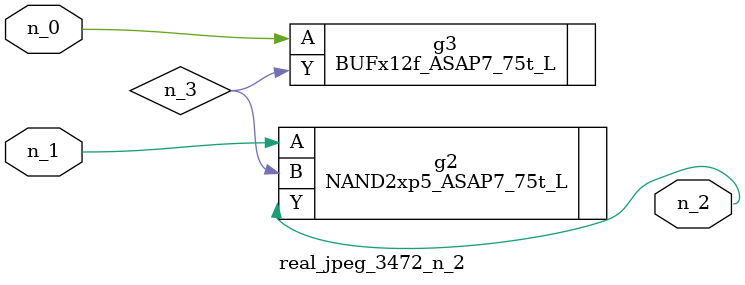
<source format=v>
module real_jpeg_3472_n_2 (n_1, n_0, n_2);

input n_1;
input n_0;

output n_2;

wire n_3;

BUFx12f_ASAP7_75t_L g3 ( 
.A(n_0),
.Y(n_3)
);

NAND2xp5_ASAP7_75t_L g2 ( 
.A(n_1),
.B(n_3),
.Y(n_2)
);


endmodule
</source>
